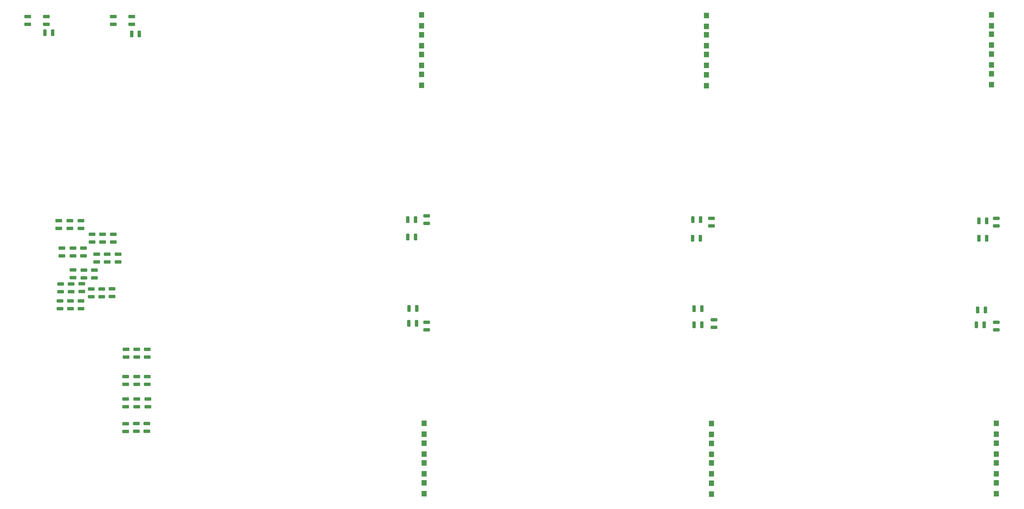
<source format=gbr>
%TF.GenerationSoftware,KiCad,Pcbnew,9.0.1*%
%TF.CreationDate,2025-05-08T11:31:27-07:00*%
%TF.ProjectId,PowerBoard,506f7765-7242-46f6-9172-642e6b696361,rev?*%
%TF.SameCoordinates,Original*%
%TF.FileFunction,Paste,Bot*%
%TF.FilePolarity,Positive*%
%FSLAX46Y46*%
G04 Gerber Fmt 4.6, Leading zero omitted, Abs format (unit mm)*
G04 Created by KiCad (PCBNEW 9.0.1) date 2025-05-08 11:31:27*
%MOMM*%
%LPD*%
G01*
G04 APERTURE LIST*
G04 Aperture macros list*
%AMRoundRect*
0 Rectangle with rounded corners*
0 $1 Rounding radius*
0 $2 $3 $4 $5 $6 $7 $8 $9 X,Y pos of 4 corners*
0 Add a 4 corners polygon primitive as box body*
4,1,4,$2,$3,$4,$5,$6,$7,$8,$9,$2,$3,0*
0 Add four circle primitives for the rounded corners*
1,1,$1+$1,$2,$3*
1,1,$1+$1,$4,$5*
1,1,$1+$1,$6,$7*
1,1,$1+$1,$8,$9*
0 Add four rect primitives between the rounded corners*
20,1,$1+$1,$2,$3,$4,$5,0*
20,1,$1+$1,$4,$5,$6,$7,0*
20,1,$1+$1,$6,$7,$8,$9,0*
20,1,$1+$1,$8,$9,$2,$3,0*%
G04 Aperture macros list end*
%ADD10R,2.150000X2.250000*%
%ADD11RoundRect,0.250000X1.075000X-0.400000X1.075000X0.400000X-1.075000X0.400000X-1.075000X-0.400000X0*%
%ADD12RoundRect,0.250000X-0.400000X-1.075000X0.400000X-1.075000X0.400000X1.075000X-0.400000X1.075000X0*%
%ADD13RoundRect,0.250000X-1.075000X0.400000X-1.075000X-0.400000X1.075000X-0.400000X1.075000X0.400000X0*%
%ADD14RoundRect,0.250000X1.100000X-0.412500X1.100000X0.412500X-1.100000X0.412500X-1.100000X-0.412500X0*%
%ADD15RoundRect,0.250000X0.412500X1.100000X-0.412500X1.100000X-0.412500X-1.100000X0.412500X-1.100000X0*%
%ADD16RoundRect,0.250000X-1.100000X0.412500X-1.100000X-0.412500X1.100000X-0.412500X1.100000X0.412500X0*%
%ADD17RoundRect,0.250000X-0.412500X-1.100000X0.412500X-1.100000X0.412500X1.100000X-0.412500X1.100000X0*%
G04 APERTURE END LIST*
D10*
%TO.C,Z24*%
X172000000Y-58000000D03*
X172000000Y-62400000D03*
%TD*%
%TO.C,Z23*%
X172000000Y-49800000D03*
X172000000Y-54200000D03*
%TD*%
%TO.C,Z22*%
X172000000Y-41800000D03*
X172000000Y-46200000D03*
%TD*%
%TO.C,Z21*%
X172000000Y-34000000D03*
X172000000Y-38400000D03*
%TD*%
%TO.C,Z20*%
X287000000Y-57600000D03*
X287000000Y-62000000D03*
%TD*%
%TO.C,Z19*%
X287000000Y-49600000D03*
X287000000Y-54000000D03*
%TD*%
%TO.C,Z18*%
X287000000Y-41600000D03*
X287000000Y-46000000D03*
%TD*%
%TO.C,Z17*%
X287000000Y-33800000D03*
X287000000Y-38200000D03*
%TD*%
%TO.C,Z16*%
X57000000Y-57800000D03*
X57000000Y-62200000D03*
%TD*%
%TO.C,Z15*%
X57000000Y-49800000D03*
X57000000Y-54200000D03*
%TD*%
%TO.C,Z14*%
X57000000Y-41800000D03*
X57000000Y-46200000D03*
%TD*%
%TO.C,Z13*%
X57000000Y-33800000D03*
X57000000Y-38200000D03*
%TD*%
%TO.C,Z12*%
X289000000Y-222800000D03*
X289000000Y-227200000D03*
%TD*%
%TO.C,Z11*%
X289000000Y-214800000D03*
X289000000Y-219200000D03*
%TD*%
%TO.C,Z10*%
X289000000Y-206800000D03*
X289000000Y-211200000D03*
%TD*%
%TO.C,Z9*%
X289000000Y-198800000D03*
X289000000Y-203200000D03*
%TD*%
%TO.C,Z8*%
X174000000Y-223000000D03*
X174000000Y-227400000D03*
%TD*%
%TO.C,Z7*%
X174000000Y-214800000D03*
X174000000Y-219200000D03*
%TD*%
%TO.C,Z6*%
X174000000Y-206900000D03*
X174000000Y-211300000D03*
%TD*%
%TO.C,Z5*%
X174000000Y-198900000D03*
X174000000Y-203300000D03*
%TD*%
%TO.C,Z4*%
X58000000Y-198800000D03*
X58000000Y-203200000D03*
%TD*%
%TO.C,Z3*%
X58000000Y-206800000D03*
X58000000Y-211200000D03*
%TD*%
%TO.C,Z2*%
X58000000Y-214800000D03*
X58000000Y-219200000D03*
%TD*%
%TO.C,Z1*%
X58000000Y-222800000D03*
X58000000Y-227200000D03*
%TD*%
D11*
%TO.C,R40*%
X289000000Y-119050000D03*
X289000000Y-115950000D03*
%TD*%
%TO.C,R39*%
X174000000Y-119050000D03*
X174000000Y-115950000D03*
%TD*%
%TO.C,R38*%
X59000000Y-118050000D03*
X59000000Y-114950000D03*
%TD*%
D12*
%TO.C,R37*%
X-60050000Y-41500000D03*
X-56950000Y-41500000D03*
%TD*%
D13*
%TO.C,R5*%
X289000000Y-157950000D03*
X289000000Y-161050000D03*
%TD*%
%TO.C,R4*%
X175000000Y-156950000D03*
X175000000Y-160050000D03*
%TD*%
%TO.C,R3*%
X59000000Y-157950000D03*
X59000000Y-161050000D03*
%TD*%
D12*
%TO.C,R2*%
X-95050000Y-41000000D03*
X-91950000Y-41000000D03*
%TD*%
D14*
%TO.C,C55*%
X-53750000Y-183062500D03*
X-53750000Y-179937500D03*
%TD*%
%TO.C,C67*%
X-76350000Y-147612500D03*
X-76350000Y-144487500D03*
%TD*%
D15*
%TO.C,C19*%
X55052500Y-152365000D03*
X51927500Y-152365000D03*
%TD*%
D16*
%TO.C,C61*%
X-71750000Y-122437500D03*
X-71750000Y-125562500D03*
%TD*%
D17*
%TO.C,C31*%
X166937500Y-159000000D03*
X170062500Y-159000000D03*
%TD*%
%TO.C,C30*%
X166375000Y-124000000D03*
X169500000Y-124000000D03*
%TD*%
D14*
%TO.C,C49*%
X-53900000Y-202022500D03*
X-53900000Y-198897500D03*
%TD*%
%TO.C,C35*%
X-80500000Y-120062500D03*
X-80500000Y-116937500D03*
%TD*%
D17*
%TO.C,C28*%
X281937500Y-124000000D03*
X285062500Y-124000000D03*
%TD*%
D14*
%TO.C,C68*%
X-68000000Y-147562500D03*
X-68000000Y-144437500D03*
%TD*%
%TO.C,C43*%
X-69923250Y-133562500D03*
X-69923250Y-130437500D03*
%TD*%
%TO.C,C69*%
X-80500000Y-152500000D03*
X-80500000Y-149375000D03*
%TD*%
D16*
%TO.C,C46*%
X-79326750Y-136875000D03*
X-79326750Y-140000000D03*
%TD*%
%TO.C,C34*%
X-60000000Y-34437500D03*
X-60000000Y-37562500D03*
%TD*%
%TO.C,C64*%
X-88750000Y-142477500D03*
X-88750000Y-145602500D03*
%TD*%
D17*
%TO.C,C32*%
X51437500Y-116500000D03*
X54562500Y-116500000D03*
%TD*%
D16*
%TO.C,C23*%
X-67500000Y-34437500D03*
X-67500000Y-37562500D03*
%TD*%
D17*
%TO.C,C33*%
X166437500Y-116500000D03*
X169562500Y-116500000D03*
%TD*%
D14*
%TO.C,C59*%
X-58000000Y-172022500D03*
X-58000000Y-168897500D03*
%TD*%
%TO.C,C38*%
X-89523250Y-120062500D03*
X-89523250Y-116937500D03*
%TD*%
%TO.C,C66*%
X-72100000Y-147612500D03*
X-72100000Y-144487500D03*
%TD*%
D16*
%TO.C,C63*%
X-80150000Y-142437500D03*
X-80150000Y-145562500D03*
%TD*%
%TO.C,C41*%
X-79476750Y-128000000D03*
X-79476750Y-131125000D03*
%TD*%
D14*
%TO.C,C51*%
X-62500000Y-192062500D03*
X-62500000Y-188937500D03*
%TD*%
%TO.C,C53*%
X-53500000Y-192125000D03*
X-53500000Y-189000000D03*
%TD*%
%TO.C,C70*%
X-84750000Y-152500000D03*
X-84750000Y-149375000D03*
%TD*%
%TO.C,C44*%
X-74173250Y-133562500D03*
X-74173250Y-130437500D03*
%TD*%
%TO.C,C56*%
X-58000000Y-183062500D03*
X-58000000Y-179937500D03*
%TD*%
%TO.C,C50*%
X-58150000Y-202022500D03*
X-58150000Y-198897500D03*
%TD*%
D17*
%TO.C,C37*%
X280937500Y-159000000D03*
X284062500Y-159000000D03*
%TD*%
D14*
%TO.C,C58*%
X-53750000Y-172022500D03*
X-53750000Y-168897500D03*
%TD*%
%TO.C,C57*%
X-62350000Y-172062500D03*
X-62350000Y-168937500D03*
%TD*%
D17*
%TO.C,C27*%
X281937500Y-117000000D03*
X285062500Y-117000000D03*
%TD*%
D16*
%TO.C,C39*%
X-88226750Y-128032500D03*
X-88226750Y-131157500D03*
%TD*%
D14*
%TO.C,C22*%
X-94500000Y-37562500D03*
X-94500000Y-34437500D03*
%TD*%
D16*
%TO.C,C60*%
X-76000000Y-122437500D03*
X-76000000Y-125562500D03*
%TD*%
D14*
%TO.C,C48*%
X-62500000Y-202062500D03*
X-62500000Y-198937500D03*
%TD*%
%TO.C,C36*%
X-85000000Y-120062500D03*
X-85000000Y-116937500D03*
%TD*%
D16*
%TO.C,C21*%
X-102000000Y-34437500D03*
X-102000000Y-37562500D03*
%TD*%
D15*
%TO.C,C24*%
X170062500Y-152500000D03*
X166937500Y-152500000D03*
%TD*%
D16*
%TO.C,C45*%
X-83726750Y-136845000D03*
X-83726750Y-139970000D03*
%TD*%
D14*
%TO.C,C54*%
X-62500000Y-183062500D03*
X-62500000Y-179937500D03*
%TD*%
D17*
%TO.C,C25*%
X51865000Y-158365000D03*
X54990000Y-158365000D03*
%TD*%
D16*
%TO.C,C65*%
X-84500000Y-142477500D03*
X-84500000Y-145602500D03*
%TD*%
D17*
%TO.C,C29*%
X51437500Y-123500000D03*
X54562500Y-123500000D03*
%TD*%
D16*
%TO.C,C40*%
X-83726750Y-128000000D03*
X-83726750Y-131125000D03*
%TD*%
%TO.C,C47*%
X-75076750Y-136875000D03*
X-75076750Y-140000000D03*
%TD*%
D15*
%TO.C,C26*%
X284562500Y-153000000D03*
X281437500Y-153000000D03*
%TD*%
D16*
%TO.C,C62*%
X-67500000Y-122437500D03*
X-67500000Y-125562500D03*
%TD*%
D14*
%TO.C,C42*%
X-65523250Y-133592500D03*
X-65523250Y-130467500D03*
%TD*%
%TO.C,C52*%
X-58000000Y-192062500D03*
X-58000000Y-188937500D03*
%TD*%
%TO.C,C71*%
X-89000000Y-152500000D03*
X-89000000Y-149375000D03*
%TD*%
M02*

</source>
